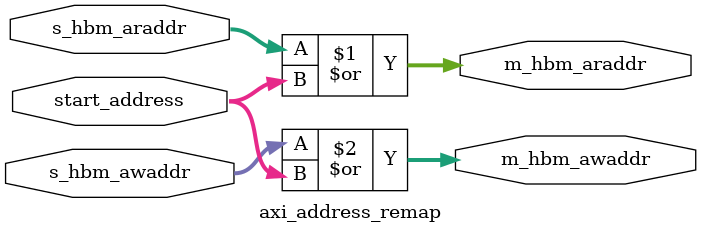
<source format=v>
`timescale 1ns/1ps

module axi_address_remap
(
  input  [ 33:0] s_hbm_araddr,
  input  [ 33:0] s_hbm_awaddr,

  output [ 33:0] m_hbm_araddr,
  output [ 33:0] m_hbm_awaddr,

  input  [ 33:0] start_address
);

assign m_hbm_araddr   = s_hbm_araddr | start_address;
assign m_hbm_awaddr   = s_hbm_awaddr | start_address;

endmodule
</source>
